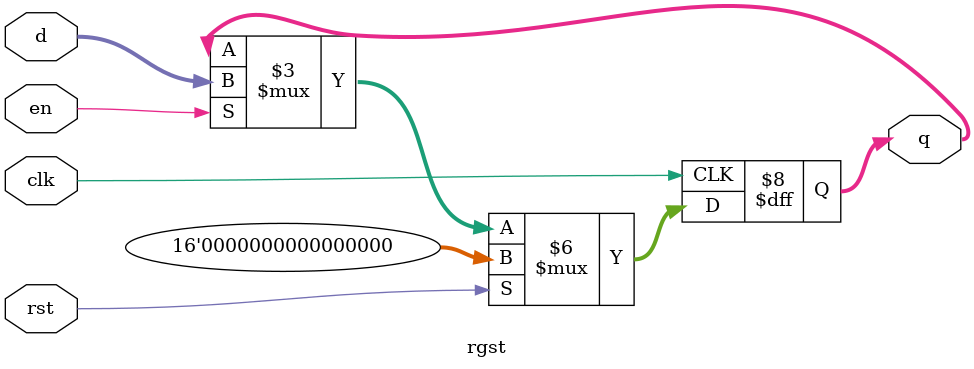
<source format=v>
`timescale 1ns / 1ps

module rgst #(parameter N=16)(
    input clk, rst, en,
    input [N-1:0] d,
    output reg [N-1:0] q 
);

always @(posedge clk) begin
	if(rst != 0)
		q <= 0;
	else if(en)
		q <= d;
end

endmodule
</source>
